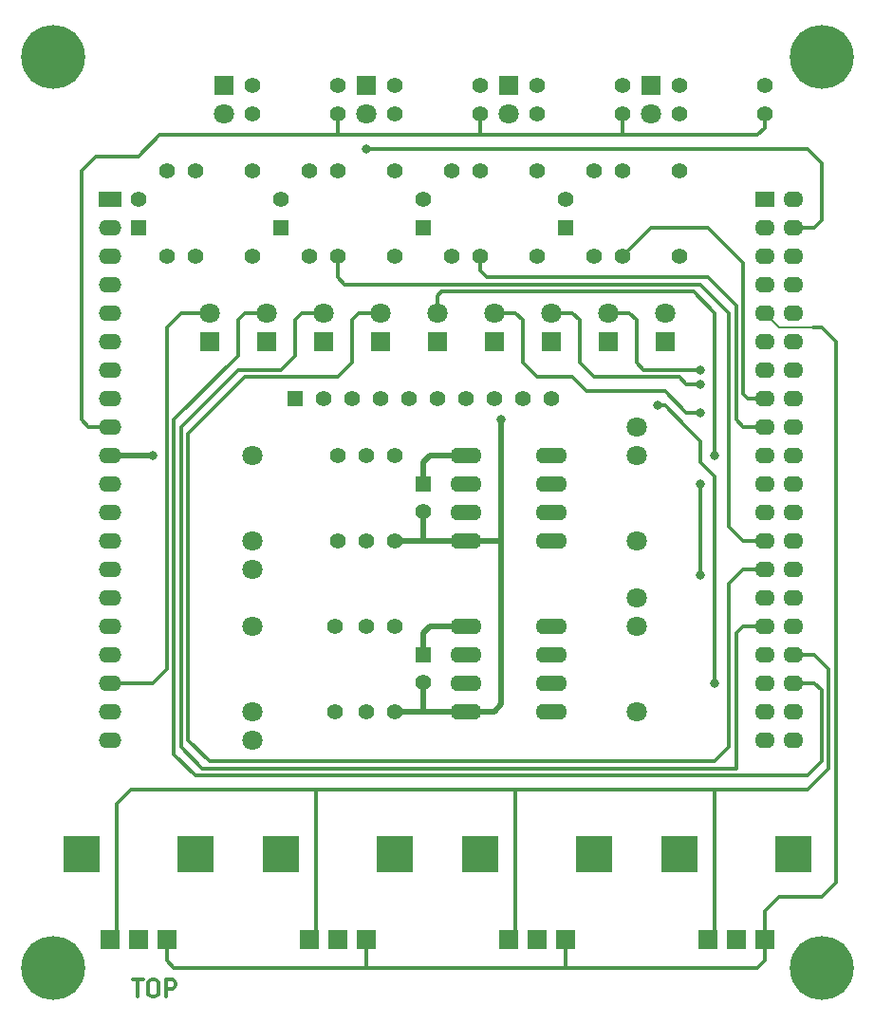
<source format=gtl>
G04 #@! TF.FileFunction,Copper,L1,Top,Signal*
%FSLAX46Y46*%
G04 Gerber Fmt 4.6, Leading zero omitted, Abs format (unit mm)*
G04 Created by KiCad (PCBNEW 4.0.7) date 05/12/18 22:47:13*
%MOMM*%
%LPD*%
G01*
G04 APERTURE LIST*
%ADD10C,0.100000*%
%ADD11C,0.300000*%
%ADD12R,1.400000X1.400000*%
%ADD13C,1.400000*%
%ADD14R,1.800000X1.800000*%
%ADD15C,1.800000*%
%ADD16O,2.800000X1.400000*%
%ADD17R,1.800000X1.400000*%
%ADD18O,1.800000X1.400000*%
%ADD19R,2.000000X1.400000*%
%ADD20O,2.000000X1.400000*%
%ADD21R,3.200000X3.200000*%
%ADD22C,5.700000*%
%ADD23C,0.800000*%
%ADD24C,0.500000*%
%ADD25C,0.200000*%
G04 APERTURE END LIST*
D10*
D11*
X10989714Y2726429D02*
X11846857Y2726429D01*
X11418286Y1226429D02*
X11418286Y2726429D01*
X12632571Y2726429D02*
X12918285Y2726429D01*
X13061143Y2655000D01*
X13204000Y2512143D01*
X13275428Y2226429D01*
X13275428Y1726429D01*
X13204000Y1440714D01*
X13061143Y1297857D01*
X12918285Y1226429D01*
X12632571Y1226429D01*
X12489714Y1297857D01*
X12346857Y1440714D01*
X12275428Y1726429D01*
X12275428Y2226429D01*
X12346857Y2512143D01*
X12489714Y2655000D01*
X12632571Y2726429D01*
X13918286Y1226429D02*
X13918286Y2726429D01*
X14489714Y2726429D01*
X14632572Y2655000D01*
X14704000Y2583571D01*
X14775429Y2440714D01*
X14775429Y2226429D01*
X14704000Y2083571D01*
X14632572Y2012143D01*
X14489714Y1940714D01*
X13918286Y1940714D01*
D12*
X36830000Y31750000D03*
D13*
X36830000Y29250000D03*
D12*
X36830000Y46990000D03*
D13*
X36830000Y44490000D03*
X16510000Y74930000D03*
X21590000Y74930000D03*
X16510000Y67310000D03*
X21590000Y67310000D03*
X29210000Y74930000D03*
X34290000Y74930000D03*
X29210000Y67310000D03*
X34290000Y67310000D03*
X41910000Y74930000D03*
X46990000Y74930000D03*
X41910000Y67310000D03*
X46990000Y67310000D03*
X54610000Y74930000D03*
X59690000Y74930000D03*
X54610000Y67310000D03*
X59690000Y67310000D03*
D14*
X22860000Y59690000D03*
D15*
X22860000Y62230000D03*
D14*
X19050000Y82550000D03*
D15*
X19050000Y80010000D03*
D14*
X31750000Y82550000D03*
D15*
X31750000Y80010000D03*
D14*
X44450000Y82550000D03*
D15*
X44450000Y80010000D03*
D14*
X57150000Y82550000D03*
D15*
X57150000Y80010000D03*
D14*
X17780000Y59690000D03*
D15*
X17780000Y62230000D03*
D14*
X27940000Y59690000D03*
D15*
X27940000Y62230000D03*
D14*
X33020000Y59690000D03*
D15*
X33020000Y62230000D03*
D14*
X38100000Y59690000D03*
D15*
X38100000Y62230000D03*
D14*
X43180000Y59690000D03*
D15*
X43180000Y62230000D03*
D14*
X48260000Y59690000D03*
D15*
X48260000Y62230000D03*
D14*
X53340000Y59690000D03*
D15*
X53340000Y62230000D03*
D14*
X58420000Y59690000D03*
D15*
X58420000Y62230000D03*
D12*
X25400000Y54610000D03*
D13*
X27940000Y54610000D03*
X30480000Y54610000D03*
X33020000Y54610000D03*
X35560000Y54610000D03*
X38100000Y54610000D03*
X40640000Y54610000D03*
X43180000Y54610000D03*
X45720000Y54610000D03*
X48260000Y54610000D03*
D16*
X40640000Y34290000D03*
X40640000Y31750000D03*
X40640000Y29210000D03*
X40640000Y26670000D03*
X48260000Y26670000D03*
X48260000Y29210000D03*
X48260000Y31750000D03*
X48260000Y34290000D03*
X40640000Y49530000D03*
X40640000Y46990000D03*
X40640000Y44450000D03*
X40640000Y41910000D03*
X48260000Y41910000D03*
X48260000Y44450000D03*
X48260000Y46990000D03*
X48260000Y49530000D03*
D12*
X49530000Y69850000D03*
D13*
X49530000Y72350000D03*
D12*
X36830000Y69850000D03*
D13*
X36830000Y72350000D03*
D12*
X24130000Y69850000D03*
D13*
X24130000Y72350000D03*
D12*
X11430000Y69850000D03*
D13*
X11430000Y72350000D03*
X34290000Y34290000D03*
X34290000Y26670000D03*
X31750000Y34290000D03*
X31750000Y26670000D03*
X28956000Y34290000D03*
X28956000Y26670000D03*
X59690000Y82550000D03*
X67310000Y82550000D03*
X46990000Y82550000D03*
X54610000Y82550000D03*
X34290000Y82550000D03*
X41910000Y82550000D03*
X21590000Y82550000D03*
X29210000Y82550000D03*
X34290000Y49530000D03*
X34290000Y41910000D03*
X31750000Y49530000D03*
X31750000Y41910000D03*
X29210000Y49530000D03*
X29210000Y41910000D03*
X52070000Y67310000D03*
X52070000Y74930000D03*
X39370000Y67310000D03*
X39370000Y74930000D03*
X26670000Y67310000D03*
X26670000Y74930000D03*
X13970000Y67310000D03*
X13970000Y74930000D03*
X67310000Y80010000D03*
X59690000Y80010000D03*
X54610000Y80010000D03*
X46990000Y80010000D03*
X41910000Y80010000D03*
X34290000Y80010000D03*
X29210000Y80010000D03*
X21590000Y80010000D03*
D15*
X21590000Y41910000D03*
X21590000Y39370000D03*
X21590000Y49530000D03*
X55880000Y49530000D03*
X55880000Y52070000D03*
X55880000Y41910000D03*
X21590000Y26670000D03*
X21590000Y24130000D03*
X21590000Y34290000D03*
X55880000Y34290000D03*
X55880000Y36830000D03*
X55880000Y26670000D03*
D17*
X67310000Y72390000D03*
D18*
X69850000Y72390000D03*
X67310000Y69850000D03*
X69850000Y69850000D03*
X67310000Y67310000D03*
X69850000Y67310000D03*
X67310000Y64770000D03*
X69850000Y64770000D03*
X67310000Y62230000D03*
X69850000Y62230000D03*
X67310000Y59690000D03*
X69850000Y59690000D03*
X67310000Y57150000D03*
X69850000Y57150000D03*
X67310000Y54610000D03*
X69850000Y54610000D03*
X67310000Y52070000D03*
X69850000Y52070000D03*
X67310000Y49530000D03*
X69850000Y49530000D03*
X67310000Y46990000D03*
X69850000Y46990000D03*
X67310000Y44450000D03*
X69850000Y44450000D03*
X67310000Y41910000D03*
X69850000Y41910000D03*
X67310000Y39370000D03*
X69850000Y39370000D03*
X67310000Y36830000D03*
X69850000Y36830000D03*
X67310000Y34290000D03*
X69850000Y34290000D03*
X67310000Y31750000D03*
X69850000Y31750000D03*
X67310000Y29210000D03*
X69850000Y29210000D03*
X67310000Y26670000D03*
X69850000Y26670000D03*
X67310000Y24130000D03*
X69850000Y24130000D03*
D19*
X8890000Y72390000D03*
D20*
X8890000Y69850000D03*
X8890000Y67310000D03*
X8890000Y64770000D03*
X8890000Y62230000D03*
X8890000Y59690000D03*
X8890000Y57150000D03*
X8890000Y54610000D03*
X8890000Y52070000D03*
X8890000Y49530000D03*
X8890000Y46990000D03*
X8890000Y44450000D03*
X8890000Y41910000D03*
X8890000Y39370000D03*
X8890000Y36830000D03*
X8890000Y34290000D03*
X8890000Y31750000D03*
X8890000Y29210000D03*
X8890000Y26670000D03*
X8890000Y24130000D03*
D14*
X64770000Y6350000D03*
X62230000Y6350000D03*
X67310000Y6350000D03*
D21*
X59690000Y13970000D03*
X69850000Y13970000D03*
D14*
X46990000Y6350000D03*
X44450000Y6350000D03*
X49530000Y6350000D03*
D21*
X41910000Y13970000D03*
X52070000Y13970000D03*
D14*
X29210000Y6350000D03*
X26670000Y6350000D03*
X31750000Y6350000D03*
D21*
X24130000Y13970000D03*
X34290000Y13970000D03*
D14*
X11430000Y6350000D03*
X8890000Y6350000D03*
X13970000Y6350000D03*
D21*
X6350000Y13970000D03*
X16510000Y13970000D03*
D22*
X3810000Y3810000D03*
X72390000Y3810000D03*
X3810000Y85090000D03*
X72390000Y85090000D03*
D23*
X31750000Y76835000D03*
X62865000Y49530000D03*
X61595000Y53340000D03*
X61595000Y55880000D03*
X61595000Y57150000D03*
X12700000Y49530000D03*
X43815000Y52705000D03*
X61595000Y38862000D03*
X61595000Y46990000D03*
X62865000Y29210000D03*
X57785000Y53975000D03*
D11*
X29210000Y65405000D02*
X29845000Y64770000D01*
X61595000Y64770000D02*
X64135000Y62230000D01*
X64135000Y43180000D02*
X65405000Y41910000D01*
X65405000Y41910000D02*
X67310000Y41910000D01*
X64135000Y62230000D02*
X64135000Y43180000D01*
X29845000Y64770000D02*
X61595000Y64770000D01*
X29210000Y67310000D02*
X29210000Y65405000D01*
X41910000Y66040000D02*
X42545000Y65405000D01*
X62230000Y65405000D02*
X64770000Y62865000D01*
X64770000Y52705000D02*
X65405000Y52070000D01*
X65405000Y52070000D02*
X67310000Y52070000D01*
X64770000Y62865000D02*
X64770000Y52705000D01*
X42545000Y65405000D02*
X62230000Y65405000D01*
X41910000Y67310000D02*
X41910000Y66040000D01*
X65405000Y54991000D02*
X65786000Y54610000D01*
X62230000Y69850000D02*
X65405000Y66675000D01*
X65786000Y54610000D02*
X67310000Y54610000D01*
X65405000Y66675000D02*
X65405000Y54991000D01*
X57150000Y69850000D02*
X62230000Y69850000D01*
X54610000Y67310000D02*
X57150000Y69850000D01*
X72390000Y74930000D02*
X72390000Y75565000D01*
X71120000Y76835000D02*
X70485000Y76835000D01*
X72390000Y75565000D02*
X71120000Y76835000D01*
X71755000Y69850000D02*
X72390000Y70485000D01*
X72390000Y74930000D02*
X72390000Y70485000D01*
X31750000Y76835000D02*
X66040000Y76835000D01*
X66040000Y76835000D02*
X70485000Y76835000D01*
X71755000Y69850000D02*
X69850000Y69850000D01*
X13970000Y30480000D02*
X12700000Y29210000D01*
X15240000Y62230000D02*
X13970000Y60960000D01*
X17780000Y62230000D02*
X15240000Y62230000D01*
X12700000Y29210000D02*
X8890000Y29210000D01*
X13970000Y60960000D02*
X13970000Y30480000D01*
X14605000Y22860000D02*
X16510000Y20955000D01*
X20955000Y62230000D02*
X20320000Y61595000D01*
X71120000Y20955000D02*
X72390000Y22225000D01*
X71755000Y29210000D02*
X72390000Y28575000D01*
X20320000Y58420000D02*
X20320000Y59055000D01*
X20320000Y59055000D02*
X20320000Y58420000D01*
X20320000Y58420000D02*
X14605000Y52705000D01*
X14605000Y52705000D02*
X14605000Y22860000D01*
X16510000Y20955000D02*
X71120000Y20955000D01*
X72390000Y22225000D02*
X72390000Y28575000D01*
X22860000Y62230000D02*
X20955000Y62230000D01*
X71755000Y29210000D02*
X69850000Y29210000D01*
X20320000Y61595000D02*
X20320000Y58420000D01*
X15240000Y23495000D02*
X17145000Y21590000D01*
X65405000Y34290000D02*
X67310000Y34290000D01*
X17145000Y21590000D02*
X64770000Y21590000D01*
X64770000Y21590000D02*
X64770000Y33655000D01*
X65405000Y34290000D02*
X64770000Y33655000D01*
X25400000Y58420000D02*
X24130000Y57150000D01*
X26035000Y62230000D02*
X25400000Y61595000D01*
X20320000Y57150000D02*
X15240000Y52070000D01*
X27940000Y62230000D02*
X26035000Y62230000D01*
X15240000Y52070000D02*
X15240000Y23495000D01*
X24130000Y57150000D02*
X20320000Y57150000D01*
X25400000Y61595000D02*
X25400000Y58420000D01*
X64135000Y23495000D02*
X62865000Y22225000D01*
X15875000Y24130000D02*
X17780000Y22225000D01*
X20955000Y56515000D02*
X15875000Y51435000D01*
X30480000Y61595000D02*
X30480000Y57785000D01*
X29210000Y56515000D02*
X20955000Y56515000D01*
X31115000Y62230000D02*
X33020000Y62230000D01*
X17780000Y22225000D02*
X62865000Y22225000D01*
X15875000Y51435000D02*
X15875000Y24130000D01*
X31115000Y62230000D02*
X30480000Y61595000D01*
X30480000Y57785000D02*
X29210000Y56515000D01*
X65405000Y39370000D02*
X64135000Y38100000D01*
X64135000Y23495000D02*
X64135000Y38100000D01*
X67310000Y39370000D02*
X65405000Y39370000D01*
X38481000Y64135000D02*
X38100000Y63754000D01*
X60960000Y64135000D02*
X62865000Y62230000D01*
X38100000Y62230000D02*
X38100000Y63754000D01*
X62865000Y62230000D02*
X62865000Y49530000D01*
X38481000Y64135000D02*
X60960000Y64135000D01*
X45720000Y57785000D02*
X46990000Y56515000D01*
X45085000Y62230000D02*
X45720000Y61595000D01*
X58420000Y55245000D02*
X60325000Y53340000D01*
X60325000Y53340000D02*
X61595000Y53340000D01*
X50165000Y56515000D02*
X51435000Y55245000D01*
X45085000Y62230000D02*
X43180000Y62230000D01*
X46990000Y56515000D02*
X50165000Y56515000D01*
X45720000Y61595000D02*
X45720000Y57785000D01*
X51435000Y55245000D02*
X58420000Y55245000D01*
X50165000Y62230000D02*
X50800000Y61595000D01*
X59690000Y56515000D02*
X60325000Y55880000D01*
X50800000Y57785000D02*
X52070000Y56515000D01*
X52070000Y56515000D02*
X59690000Y56515000D01*
X50165000Y62230000D02*
X48260000Y62230000D01*
X50800000Y61595000D02*
X50800000Y57785000D01*
X60325000Y55880000D02*
X61595000Y55880000D01*
X55880000Y57785000D02*
X56515000Y57150000D01*
X55245000Y62230000D02*
X55880000Y61595000D01*
X60960000Y57150000D02*
X61595000Y57150000D01*
X56515000Y57150000D02*
X60960000Y57150000D01*
X53340000Y62230000D02*
X55245000Y62230000D01*
X55880000Y61595000D02*
X55880000Y57785000D01*
X6350000Y74930000D02*
X7620000Y76200000D01*
X11430000Y76200000D02*
X13335000Y78105000D01*
X7620000Y76200000D02*
X11430000Y76200000D01*
X6350000Y52705000D02*
X6985000Y52070000D01*
X67310000Y78740000D02*
X66675000Y78105000D01*
X67310000Y80010000D02*
X67310000Y78740000D01*
X66675000Y78105000D02*
X54610000Y78105000D01*
X54610000Y78105000D02*
X54610000Y80010000D01*
X41910000Y78105000D02*
X41910000Y80010000D01*
X29210000Y78105000D02*
X29210000Y80010000D01*
X29210000Y78105000D02*
X13335000Y78105000D01*
X6985000Y52070000D02*
X8890000Y52070000D01*
X6350000Y74930000D02*
X6350000Y52705000D01*
X29210000Y78105000D02*
X41910000Y78105000D01*
X41910000Y78105000D02*
X54610000Y78105000D01*
D24*
X36830000Y33655000D02*
X37465000Y34290000D01*
X36830000Y33655000D02*
X36830000Y31750000D01*
X37465000Y49530000D02*
X36830000Y48895000D01*
X40640000Y49530000D02*
X37465000Y49530000D01*
X36830000Y48895000D02*
X36830000Y46990000D01*
X40640000Y34290000D02*
X37465000Y34290000D01*
X8890000Y49530000D02*
X12700000Y49530000D01*
D11*
X67310000Y4445000D02*
X66675000Y3810000D01*
X67310000Y6350000D02*
X67310000Y8890000D01*
X72390000Y10160000D02*
X73660000Y11430000D01*
X68580000Y10160000D02*
X72390000Y10160000D01*
X67310000Y8890000D02*
X68580000Y10160000D01*
X72390000Y60960000D02*
X73660000Y59690000D01*
X71628000Y60960000D02*
X72390000Y60960000D01*
X73660000Y59690000D02*
X73660000Y11430000D01*
D25*
X68580000Y60960000D02*
X71628000Y60960000D01*
X68580000Y60960000D02*
X67310000Y62230000D01*
D11*
X13970000Y4445000D02*
X14605000Y3810000D01*
X67310000Y4445000D02*
X67310000Y6350000D01*
X49530000Y3810000D02*
X49530000Y6350000D01*
X31750000Y3810000D02*
X31750000Y6350000D01*
X13970000Y6350000D02*
X13970000Y4445000D01*
X66675000Y3810000D02*
X62230000Y3810000D01*
X62230000Y3810000D02*
X49530000Y3810000D01*
X49530000Y3810000D02*
X44450000Y3810000D01*
X44450000Y3810000D02*
X31750000Y3810000D01*
X31750000Y3810000D02*
X26670000Y3810000D01*
X26670000Y3810000D02*
X14605000Y3810000D01*
D24*
X43815000Y27305000D02*
X43180000Y26670000D01*
X43180000Y26670000D02*
X41275000Y26670000D01*
X41275000Y26670000D02*
X40640000Y26670000D01*
X43815000Y41910000D02*
X41275000Y41910000D01*
X41275000Y41910000D02*
X40640000Y41910000D01*
X43815000Y38735000D02*
X43815000Y27305000D01*
X43815000Y50800000D02*
X43815000Y41910000D01*
X43815000Y41910000D02*
X43815000Y38735000D01*
X43815000Y50800000D02*
X43815000Y52705000D01*
X36830000Y41910000D02*
X36830000Y44490000D01*
X36830000Y26670000D02*
X36830000Y29250000D01*
X36830000Y26670000D02*
X40640000Y26670000D01*
X36830000Y26670000D02*
X34290000Y26670000D01*
X36830000Y41910000D02*
X40640000Y41910000D01*
X36830000Y41910000D02*
X34290000Y41910000D01*
D11*
X43815000Y38735000D02*
X43815000Y38735000D01*
X61595000Y38862000D02*
X61595000Y46990000D01*
X10795000Y19685000D02*
X9525000Y18415000D01*
X71120000Y19685000D02*
X73025000Y21590000D01*
X71755000Y31750000D02*
X73025000Y30480000D01*
X73025000Y30480000D02*
X73025000Y21590000D01*
X69850000Y31750000D02*
X71755000Y31750000D01*
X13335000Y19685000D02*
X10795000Y19685000D01*
X27305000Y19685000D02*
X13335000Y19685000D01*
X9525000Y18415000D02*
X9525000Y6985000D01*
X9525000Y6985000D02*
X8890000Y6350000D01*
X27305000Y19685000D02*
X27305000Y6985000D01*
X27305000Y6985000D02*
X26670000Y6350000D01*
X45085000Y19685000D02*
X45085000Y6985000D01*
X45085000Y6985000D02*
X44450000Y6350000D01*
X62865000Y19685000D02*
X62865000Y6985000D01*
X62865000Y6985000D02*
X62230000Y6350000D01*
X27305000Y19685000D02*
X31115000Y19685000D01*
X48895000Y19685000D02*
X45085000Y19685000D01*
X45085000Y19685000D02*
X31115000Y19685000D01*
X66675000Y19685000D02*
X62865000Y19685000D01*
X62865000Y19685000D02*
X48895000Y19685000D01*
X71120000Y19685000D02*
X66675000Y19685000D01*
X60325000Y52070000D02*
X58420000Y53975000D01*
X61595000Y48895000D02*
X62865000Y47625000D01*
X62865000Y47625000D02*
X62865000Y29210000D01*
X61595000Y50800000D02*
X61595000Y49530000D01*
X61595000Y48895000D02*
X61595000Y49530000D01*
X60325000Y52070000D02*
X61595000Y50800000D01*
X58420000Y53975000D02*
X57785000Y53975000D01*
M02*

</source>
